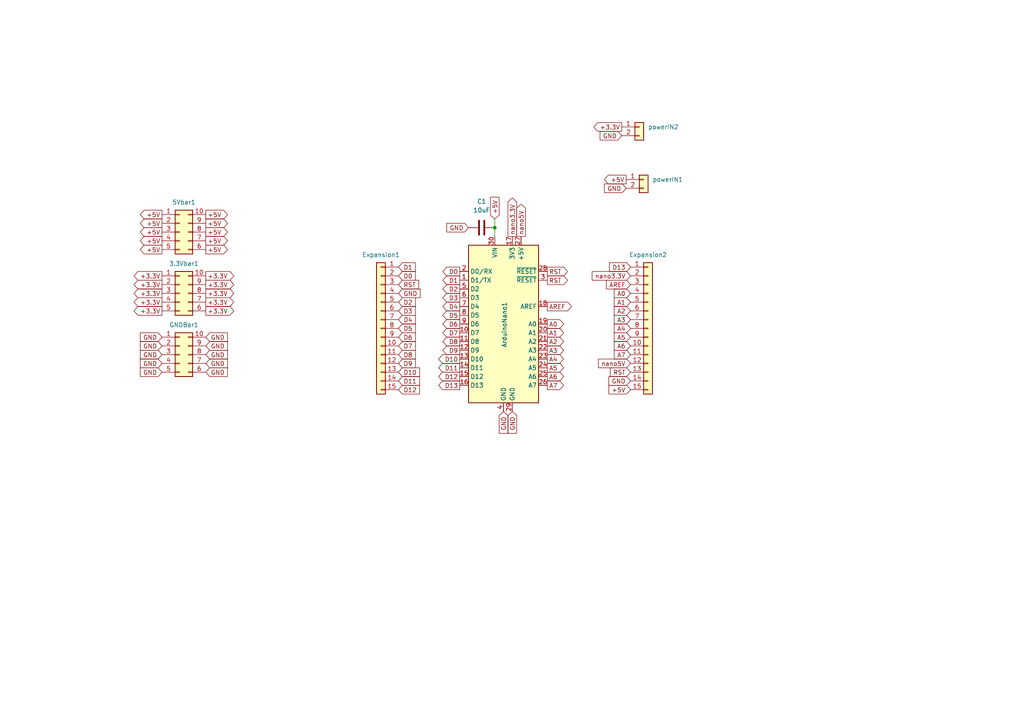
<source format=kicad_sch>
(kicad_sch (version 20231120) (generator "eeschema") (generator_version "8.0")
  (paper "A4")
  (lib_symbols
    (symbol "Connector_Generic:Conn_01x02" (pin_names (offset 1.016) hide)
      (property "Reference" "J" (at 0 2.54 0))
      (property "Value" "Conn_01x02" (at 0 -5.08 0))
      (symbol "Conn_01x02_1_1"
        (rectangle (start -1.27 -2.413) (end 0 -2.667) (stroke (width 0.1524)))
        (rectangle (start -1.27 0.127) (end 0 -0.127) (stroke (width 0.1524)))
        (rectangle (start -1.27 1.27) (end 1.27 -3.81) (stroke (width 0.254)) (fill (type background)))
        (pin passive line (at -5.08 0 0) (length 3.81) (name "Pin_1") (number "1"))
        (pin passive line (at -5.08 -2.54 0) (length 3.81) (name "Pin_2") (number "2"))
      )
    )
    (symbol "Connector_Generic:Conn_01x15" (pin_names (offset 1.016) hide)
      (property "Reference" "J" (at 0 20.32 0))
      (property "Value" "Conn_01x15" (at 0 -20.32 0))
      (symbol "Conn_01x15_1_1"
        (rectangle (start -1.27 -17.653) (end 0 -17.907) (stroke (width 0.1524)))
        (rectangle (start -1.27 -15.113) (end 0 -15.367) (stroke (width 0.1524)))
        (rectangle (start -1.27 -12.573) (end 0 -12.827) (stroke (width 0.1524)))
        (rectangle (start -1.27 -10.033) (end 0 -10.287) (stroke (width 0.1524)))
        (rectangle (start -1.27 -7.493) (end 0 -7.747) (stroke (width 0.1524)))
        (rectangle (start -1.27 -4.953) (end 0 -5.207) (stroke (width 0.1524)))
        (rectangle (start -1.27 -2.413) (end 0 -2.667) (stroke (width 0.1524)))
        (rectangle (start -1.27 0.127) (end 0 -0.127) (stroke (width 0.1524)))
        (rectangle (start -1.27 2.667) (end 0 2.413) (stroke (width 0.1524)))
        (rectangle (start -1.27 5.207) (end 0 4.953) (stroke (width 0.1524)))
        (rectangle (start -1.27 7.747) (end 0 7.493) (stroke (width 0.1524)))
        (rectangle (start -1.27 10.287) (end 0 10.033) (stroke (width 0.1524)))
        (rectangle (start -1.27 12.827) (end 0 12.573) (stroke (width 0.1524)))
        (rectangle (start -1.27 15.367) (end 0 15.113) (stroke (width 0.1524)))
        (rectangle (start -1.27 17.907) (end 0 17.653) (stroke (width 0.1524)))
        (rectangle (start -1.27 19.05) (end 1.27 -19.05) (stroke (width 0.254)) (fill (type background)))
        (pin passive line (at -5.08 17.78 0) (length 3.81) (name "Pin_1") (number "1"))
        (pin passive line (at -5.08 -5.08 0) (length 3.81) (name "Pin_10") (number "10"))
        (pin passive line (at -5.08 -7.62 0) (length 3.81) (name "Pin_11") (number "11"))
        (pin passive line (at -5.08 -10.16 0) (length 3.81) (name "Pin_12") (number "12"))
        (pin passive line (at -5.08 -12.7 0) (length 3.81) (name "Pin_13") (number "13"))
        (pin passive line (at -5.08 -15.24 0) (length 3.81) (name "Pin_14") (number "14"))
        (pin passive line (at -5.08 -17.78 0) (length 3.81) (name "Pin_15") (number "15"))
        (pin passive line (at -5.08 15.24 0) (length 3.81) (name "Pin_2") (number "2"))
        (pin passive line (at -5.08 12.7 0) (length 3.81) (name "Pin_3") (number "3"))
        (pin passive line (at -5.08 10.16 0) (length 3.81) (name "Pin_4") (number "4"))
        (pin passive line (at -5.08 7.62 0) (length 3.81) (name "Pin_5") (number "5"))
        (pin passive line (at -5.08 5.08 0) (length 3.81) (name "Pin_6") (number "6"))
        (pin passive line (at -5.08 2.54 0) (length 3.81) (name "Pin_7") (number "7"))
        (pin passive line (at -5.08 0 0) (length 3.81) (name "Pin_8") (number "8"))
        (pin passive line (at -5.08 -2.54 0) (length 3.81) (name "Pin_9") (number "9"))
      )
    )
    (symbol "Connector_Generic:Conn_02x05_Counter_Clockwise" (pin_names (offset 1.016) hide)
      (property "Reference" "J" (at 1.27 7.62 0))
      (property "Value" "Conn_02x05_Counter_Clockwise" (at 1.27 -7.62 0))
      (symbol "Conn_02x05_Counter_Clockwise_1_1"
        (rectangle (start -1.27 -4.953) (end 0 -5.207) (stroke (width 0.1524)))
        (rectangle (start -1.27 -2.413) (end 0 -2.667) (stroke (width 0.1524)))
        (rectangle (start -1.27 0.127) (end 0 -0.127) (stroke (width 0.1524)))
        (rectangle (start -1.27 2.667) (end 0 2.413) (stroke (width 0.1524)))
        (rectangle (start -1.27 5.207) (end 0 4.953) (stroke (width 0.1524)))
        (rectangle (start -1.27 6.35) (end 3.81 -6.35) (stroke (width 0.254)) (fill (type background)))
        (rectangle (start 3.81 -4.953) (end 2.54 -5.207) (stroke (width 0.1524)))
        (rectangle (start 3.81 -2.413) (end 2.54 -2.667) (stroke (width 0.1524)))
        (rectangle (start 3.81 0.127) (end 2.54 -0.127) (stroke (width 0.1524)))
        (rectangle (start 3.81 2.667) (end 2.54 2.413) (stroke (width 0.1524)))
        (rectangle (start 3.81 5.207) (end 2.54 4.953) (stroke (width 0.1524)))
        (pin passive line (at -5.08 5.08 0) (length 3.81) (name "Pin_1") (number "1"))
        (pin passive line (at 7.62 5.08 180) (length 3.81) (name "Pin_10") (number "10"))
        (pin passive line (at -5.08 2.54 0) (length 3.81) (name "Pin_2") (number "2"))
        (pin passive line (at -5.08 0 0) (length 3.81) (name "Pin_3") (number "3"))
        (pin passive line (at -5.08 -2.54 0) (length 3.81) (name "Pin_4") (number "4"))
        (pin passive line (at -5.08 -5.08 0) (length 3.81) (name "Pin_5") (number "5"))
        (pin passive line (at 7.62 -5.08 180) (length 3.81) (name "Pin_6") (number "6"))
        (pin passive line (at 7.62 -2.54 180) (length 3.81) (name "Pin_7") (number "7"))
        (pin passive line (at 7.62 0 180) (length 3.81) (name "Pin_8") (number "8"))
        (pin passive line (at 7.62 2.54 180) (length 3.81) (name "Pin_9") (number "9"))
      )
    )
    (symbol "Device:C" (pin_numbers hide) (pin_names (offset 0.254))
      (property "Reference" "C" (at 0.635 2.54 0))
      (property "Value" "C" (at 0.635 -2.54 0))
      (symbol "C_0_1"
        (polyline (pts (xy -2.032 -0.762) (xy 2.032 -0.762)) (stroke (width 0.508)))
        (polyline (pts (xy -2.032 0.762) (xy 2.032 0.762)) (stroke (width 0.508)))
      )
      (symbol "C_1_1"
        (pin passive line (at 0 3.81 270) (length 2.794) (name "~") (number "1"))
        (pin passive line (at 0 -3.81 90) (length 2.794) (name "~") (number "2"))
      )
    )
    (symbol "MCU_Module:Arduino_Nano_v3.x"
      (property "Reference" "A" (at -10.16 23.495 0))
      (property "Value" "Arduino_Nano_v3.x" (at 5.08 -24.13 0))
      (symbol "Arduino_Nano_v3.x_0_1"
        (rectangle (start -10.16 22.86) (end 10.16 -22.86) (stroke (width 0.254)) (fill (type background)))
      )
      (symbol "Arduino_Nano_v3.x_1_1"
        (pin bidirectional line (at -12.7 12.7 0) (length 2.54) (name "D1/TX") (number "1"))
        (pin bidirectional line (at -12.7 -2.54 0) (length 2.54) (name "D7") (number "10"))
        (pin bidirectional line (at -12.7 -5.08 0) (length 2.54) (name "D8") (number "11"))
        (pin bidirectional line (at -12.7 -7.62 0) (length 2.54) (name "D9") (number "12"))
        (pin bidirectional line (at -12.7 -10.16 0) (length 2.54) (name "D10") (number "13"))
        (pin bidirectional line (at -12.7 -12.7 0) (length 2.54) (name "D11") (number "14"))
        (pin bidirectional line (at -12.7 -15.24 0) (length 2.54) (name "D12") (number "15"))
        (pin bidirectional line (at -12.7 -17.78 0) (length 2.54) (name "D13") (number "16"))
        (pin power_out line (at 2.54 25.4 270) (length 2.54) (name "3V3") (number "17"))
        (pin input line (at 12.7 5.08 180) (length 2.54) (name "AREF") (number "18"))
        (pin bidirectional line (at 12.7 0 180) (length 2.54) (name "A0") (number "19"))
        (pin bidirectional line (at -12.7 15.24 0) (length 2.54) (name "D0/RX") (number "2"))
        (pin bidirectional line (at 12.7 -2.54 180) (length 2.54) (name "A1") (number "20"))
        (pin bidirectional line (at 12.7 -5.08 180) (length 2.54) (name "A2") (number "21"))
        (pin bidirectional line (at 12.7 -7.62 180) (length 2.54) (name "A3") (number "22"))
        (pin bidirectional line (at 12.7 -10.16 180) (length 2.54) (name "A4") (number "23"))
        (pin bidirectional line (at 12.7 -12.7 180) (length 2.54) (name "A5") (number "24"))
        (pin bidirectional line (at 12.7 -15.24 180) (length 2.54) (name "A6") (number "25"))
        (pin bidirectional line (at 12.7 -17.78 180) (length 2.54) (name "A7") (number "26"))
        (pin power_out line (at 5.08 25.4 270) (length 2.54) (name "+5V") (number "27"))
        (pin input line (at 12.7 15.24 180) (length 2.54) (name "~{RESET}") (number "28"))
        (pin power_in line (at 2.54 -25.4 90) (length 2.54) (name "GND") (number "29"))
        (pin input line (at 12.7 12.7 180) (length 2.54) (name "~{RESET}") (number "3"))
        (pin power_in line (at -2.54 25.4 270) (length 2.54) (name "VIN") (number "30"))
        (pin power_in line (at 0 -25.4 90) (length 2.54) (name "GND") (number "4"))
        (pin bidirectional line (at -12.7 10.16 0) (length 2.54) (name "D2") (number "5"))
        (pin bidirectional line (at -12.7 7.62 0) (length 2.54) (name "D3") (number "6"))
        (pin bidirectional line (at -12.7 5.08 0) (length 2.54) (name "D4") (number "7"))
        (pin bidirectional line (at -12.7 2.54 0) (length 2.54) (name "D5") (number "8"))
        (pin bidirectional line (at -12.7 0 0) (length 2.54) (name "D6") (number "9"))
      )
    )
  )
  (junction (at 143.51 66.04))
  (wire (pts (xy 143.51 63.5) (xy 143.51 66.04)))
  (wire (pts (xy 143.51 66.04) (xy 143.51 68.58)))
  (global_label "D4" (shape output) (at 133.35 88.9 180) (property "Intersheetrefs" "${INTERSHEET_REFS}" (effects (hide yes))))
  (global_label "AREF" (shape output) (at 158.75 88.9 0) (property "Intersheetrefs" "${INTERSHEET_REFS}" (effects (hide yes))))
  (global_label "D1" (shape input) (at 115.57 77.47 0) (property "Intersheetrefs" "${INTERSHEET_REFS}" (effects (hide yes))))
  (global_label "GND" (shape input) (at 182.88 110.49 180) (property "Intersheetrefs" "${INTERSHEET_REFS}" (effects (hide yes))))
  (global_label "GND" (shape input) (at 46.99 102.87 180) (property "Intersheetrefs" "${INTERSHEET_REFS}" (effects (hide yes))))
  (global_label "D10" (shape output) (at 133.35 104.14 180) (property "Intersheetrefs" "${INTERSHEET_REFS}" (effects (hide yes))))
  (global_label "GND" (shape input) (at 46.99 97.79 180) (property "Intersheetrefs" "${INTERSHEET_REFS}" (effects (hide yes))))
  (global_label "+3.3V" (shape output) (at 180.34 36.83 180) (property "Intersheetrefs" "${INTERSHEET_REFS}" (effects (hide yes))))
  (global_label "D12" (shape input) (at 115.57 113.03 0) (property "Intersheetrefs" "${INTERSHEET_REFS}" (effects (hide yes))))
  (global_label "+5V" (shape output) (at 59.69 72.39 0) (property "Intersheetrefs" "${INTERSHEET_REFS}" (effects (hide yes))))
  (global_label "+5V" (shape output) (at 46.99 69.85 180) (property "Intersheetrefs" "${INTERSHEET_REFS}" (effects (hide yes))))
  (global_label "nano3.3V" (shape input) (at 182.88 80.01 180) (property "Intersheetrefs" "${INTERSHEET_REFS}" (effects (hide yes))))
  (global_label "A4" (shape output) (at 158.75 104.14 0) (property "Intersheetrefs" "${INTERSHEET_REFS}" (effects (hide yes))))
  (global_label "+5V" (shape output) (at 59.69 64.77 0) (property "Intersheetrefs" "${INTERSHEET_REFS}" (effects (hide yes))))
  (global_label "+3.3V" (shape output) (at 59.69 90.17 0) (property "Intersheetrefs" "${INTERSHEET_REFS}" (effects (hide yes))))
  (global_label "+5V" (shape output) (at 46.99 67.31 180) (property "Intersheetrefs" "${INTERSHEET_REFS}" (effects (hide yes))))
  (global_label "RST" (shape output) (at 158.75 81.28 0) (property "Intersheetrefs" "${INTERSHEET_REFS}" (effects (hide yes))))
  (global_label "+5V" (shape output) (at 59.69 67.31 0) (property "Intersheetrefs" "${INTERSHEET_REFS}" (effects (hide yes))))
  (global_label "GND" (shape input) (at 59.69 107.95 0) (property "Intersheetrefs" "${INTERSHEET_REFS}" (effects (hide yes))))
  (global_label "GND" (shape input) (at 59.69 97.79 0) (property "Intersheetrefs" "${INTERSHEET_REFS}" (effects (hide yes))))
  (global_label "RST" (shape input) (at 115.57 82.55 0) (property "Intersheetrefs" "${INTERSHEET_REFS}" (effects (hide yes))))
  (global_label "+3.3V" (shape output) (at 59.69 87.63 0) (property "Intersheetrefs" "${INTERSHEET_REFS}" (effects (hide yes))))
  (global_label "GND" (shape input) (at 181.61 54.61 180) (property "Intersheetrefs" "${INTERSHEET_REFS}" (effects (hide yes))))
  (global_label "+3.3V" (shape output) (at 59.69 82.55 0) (property "Intersheetrefs" "${INTERSHEET_REFS}" (effects (hide yes))))
  (global_label "A4" (shape input) (at 182.88 95.25 180) (property "Intersheetrefs" "${INTERSHEET_REFS}" (effects (hide yes))))
  (global_label "GND" (shape input) (at 46.99 107.95 180) (property "Intersheetrefs" "${INTERSHEET_REFS}" (effects (hide yes))))
  (global_label "nano3.3V" (shape output) (at 148.59 68.58 90) (property "Intersheetrefs" "${INTERSHEET_REFS}" (effects (hide yes))))
  (global_label "GND" (shape input) (at 59.69 105.41 0) (property "Intersheetrefs" "${INTERSHEET_REFS}" (effects (hide yes))))
  (global_label "A6" (shape output) (at 158.75 109.22 0) (property "Intersheetrefs" "${INTERSHEET_REFS}" (effects (hide yes))))
  (global_label "D1" (shape output) (at 133.35 81.28 180) (property "Intersheetrefs" "${INTERSHEET_REFS}" (effects (hide yes))))
  (global_label "GND" (shape input) (at 59.69 102.87 0) (property "Intersheetrefs" "${INTERSHEET_REFS}" (effects (hide yes))))
  (global_label "GND" (shape input) (at 59.69 100.33 0) (property "Intersheetrefs" "${INTERSHEET_REFS}" (effects (hide yes))))
  (global_label "A2" (shape input) (at 182.88 90.17 180) (property "Intersheetrefs" "${INTERSHEET_REFS}" (effects (hide yes))))
  (global_label "A1" (shape output) (at 158.75 96.52 0) (property "Intersheetrefs" "${INTERSHEET_REFS}" (effects (hide yes))))
  (global_label "A7" (shape input) (at 182.88 102.87 180) (property "Intersheetrefs" "${INTERSHEET_REFS}" (effects (hide yes))))
  (global_label "D11" (shape output) (at 133.35 106.68 180) (property "Intersheetrefs" "${INTERSHEET_REFS}" (effects (hide yes))))
  (global_label "D9" (shape output) (at 133.35 101.6 180) (property "Intersheetrefs" "${INTERSHEET_REFS}" (effects (hide yes))))
  (global_label "D2" (shape output) (at 133.35 83.82 180) (property "Intersheetrefs" "${INTERSHEET_REFS}" (effects (hide yes))))
  (global_label "A0" (shape output) (at 158.75 93.98 0) (property "Intersheetrefs" "${INTERSHEET_REFS}" (effects (hide yes))))
  (global_label "D13" (shape output) (at 133.35 111.76 180) (property "Intersheetrefs" "${INTERSHEET_REFS}" (effects (hide yes))))
  (global_label "RST" (shape input) (at 182.88 107.95 180) (property "Intersheetrefs" "${INTERSHEET_REFS}" (effects (hide yes))))
  (global_label "nano5V" (shape input) (at 182.88 105.41 180) (property "Intersheetrefs" "${INTERSHEET_REFS}" (effects (hide yes))))
  (global_label "D3" (shape input) (at 115.57 90.17 0) (property "Intersheetrefs" "${INTERSHEET_REFS}" (effects (hide yes))))
  (global_label "AREF" (shape input) (at 182.88 82.55 180) (property "Intersheetrefs" "${INTERSHEET_REFS}" (effects (hide yes))))
  (global_label "A0" (shape input) (at 182.88 85.09 180) (property "Intersheetrefs" "${INTERSHEET_REFS}" (effects (hide yes))))
  (global_label "D5" (shape input) (at 115.57 95.25 0) (property "Intersheetrefs" "${INTERSHEET_REFS}" (effects (hide yes))))
  (global_label "+5V" (shape output) (at 59.69 62.23 0) (property "Intersheetrefs" "${INTERSHEET_REFS}" (effects (hide yes))))
  (global_label "D3" (shape output) (at 133.35 86.36 180) (property "Intersheetrefs" "${INTERSHEET_REFS}" (effects (hide yes))))
  (global_label "GND" (shape input) (at 148.59 119.38 270) (property "Intersheetrefs" "${INTERSHEET_REFS}" (effects (hide yes))))
  (global_label "+3.3V" (shape output) (at 46.99 80.01 180) (property "Intersheetrefs" "${INTERSHEET_REFS}" (effects (hide yes))))
  (global_label "GND" (shape input) (at 46.99 100.33 180) (property "Intersheetrefs" "${INTERSHEET_REFS}" (effects (hide yes))))
  (global_label "GND" (shape input) (at 115.57 85.09 0) (property "Intersheetrefs" "${INTERSHEET_REFS}" (effects (hide yes))))
  (global_label "+3.3V" (shape output) (at 46.99 87.63 180) (property "Intersheetrefs" "${INTERSHEET_REFS}" (effects (hide yes))))
  (global_label "+5V" (shape output) (at 181.61 52.07 180) (property "Intersheetrefs" "${INTERSHEET_REFS}" (effects (hide yes))))
  (global_label "D4" (shape input) (at 115.57 92.71 0) (property "Intersheetrefs" "${INTERSHEET_REFS}" (effects (hide yes))))
  (global_label "nano5V" (shape output) (at 151.13 68.58 90) (property "Intersheetrefs" "${INTERSHEET_REFS}" (effects (hide yes))))
  (global_label "+3.3V" (shape output) (at 59.69 80.01 0) (property "Intersheetrefs" "${INTERSHEET_REFS}" (effects (hide yes))))
  (global_label "A2" (shape output) (at 158.75 99.06 0) (property "Intersheetrefs" "${INTERSHEET_REFS}" (effects (hide yes))))
  (global_label "D2" (shape input) (at 115.57 87.63 0) (property "Intersheetrefs" "${INTERSHEET_REFS}" (effects (hide yes))))
  (global_label "D8" (shape input) (at 115.57 102.87 0) (property "Intersheetrefs" "${INTERSHEET_REFS}" (effects (hide yes))))
  (global_label "+5V" (shape output) (at 59.69 69.85 0) (property "Intersheetrefs" "${INTERSHEET_REFS}" (effects (hide yes))))
  (global_label "+5V" (shape output) (at 46.99 72.39 180) (property "Intersheetrefs" "${INTERSHEET_REFS}" (effects (hide yes))))
  (global_label "+3.3V" (shape output) (at 46.99 82.55 180) (property "Intersheetrefs" "${INTERSHEET_REFS}" (effects (hide yes))))
  (global_label "A6" (shape input) (at 182.88 100.33 180) (property "Intersheetrefs" "${INTERSHEET_REFS}" (effects (hide yes))))
  (global_label "D13" (shape input) (at 182.88 77.47 180) (property "Intersheetrefs" "${INTERSHEET_REFS}" (effects (hide yes))))
  (global_label "+5V" (shape input) (at 182.88 113.03 180) (property "Intersheetrefs" "${INTERSHEET_REFS}" (effects (hide yes))))
  (global_label "A7" (shape output) (at 158.75 111.76 0) (property "Intersheetrefs" "${INTERSHEET_REFS}" (effects (hide yes))))
  (global_label "D10" (shape input) (at 115.57 107.95 0) (property "Intersheetrefs" "${INTERSHEET_REFS}" (effects (hide yes))))
  (global_label "GND" (shape input) (at 135.89 66.04 180) (property "Intersheetrefs" "${INTERSHEET_REFS}" (effects (hide yes))))
  (global_label "D12" (shape output) (at 133.35 109.22 180) (property "Intersheetrefs" "${INTERSHEET_REFS}" (effects (hide yes))))
  (global_label "+5V" (shape output) (at 46.99 64.77 180) (property "Intersheetrefs" "${INTERSHEET_REFS}" (effects (hide yes))))
  (global_label "D0" (shape output) (at 133.35 78.74 180) (property "Intersheetrefs" "${INTERSHEET_REFS}" (effects (hide yes))))
  (global_label "+3.3V" (shape output) (at 46.99 90.17 180) (property "Intersheetrefs" "${INTERSHEET_REFS}" (effects (hide yes))))
  (global_label "+5V" (shape input) (at 143.51 63.5 90) (property "Intersheetrefs" "${INTERSHEET_REFS}" (effects (hide yes))))
  (global_label "GND" (shape input) (at 46.99 105.41 180) (property "Intersheetrefs" "${INTERSHEET_REFS}" (effects (hide yes))))
  (global_label "GND" (shape input) (at 146.05 119.38 270) (property "Intersheetrefs" "${INTERSHEET_REFS}" (effects (hide yes))))
  (global_label "+5V" (shape output) (at 46.99 62.23 180) (property "Intersheetrefs" "${INTERSHEET_REFS}" (effects (hide yes))))
  (global_label "D5" (shape output) (at 133.35 91.44 180) (property "Intersheetrefs" "${INTERSHEET_REFS}" (effects (hide yes))))
  (global_label "+3.3V" (shape output) (at 46.99 85.09 180) (property "Intersheetrefs" "${INTERSHEET_REFS}" (effects (hide yes))))
  (global_label "A5" (shape output) (at 158.75 106.68 0) (property "Intersheetrefs" "${INTERSHEET_REFS}" (effects (hide yes))))
  (global_label "D9" (shape input) (at 115.57 105.41 0) (property "Intersheetrefs" "${INTERSHEET_REFS}" (effects (hide yes))))
  (global_label "A1" (shape input) (at 182.88 87.63 180) (property "Intersheetrefs" "${INTERSHEET_REFS}" (effects (hide yes))))
  (global_label "GND" (shape input) (at 180.34 39.37 180) (property "Intersheetrefs" "${INTERSHEET_REFS}" (effects (hide yes))))
  (global_label "A3" (shape input) (at 182.88 92.71 180) (property "Intersheetrefs" "${INTERSHEET_REFS}" (effects (hide yes))))
  (global_label "D8" (shape output) (at 133.35 99.06 180) (property "Intersheetrefs" "${INTERSHEET_REFS}" (effects (hide yes))))
  (global_label "A3" (shape output) (at 158.75 101.6 0) (property "Intersheetrefs" "${INTERSHEET_REFS}" (effects (hide yes))))
  (global_label "A5" (shape input) (at 182.88 97.79 180) (property "Intersheetrefs" "${INTERSHEET_REFS}" (effects (hide yes))))
  (global_label "D11" (shape input) (at 115.57 110.49 0) (property "Intersheetrefs" "${INTERSHEET_REFS}" (effects (hide yes))))
  (global_label "D6" (shape input) (at 115.57 97.79 0) (property "Intersheetrefs" "${INTERSHEET_REFS}" (effects (hide yes))))
  (global_label "RST" (shape output) (at 158.75 78.74 0) (property "Intersheetrefs" "${INTERSHEET_REFS}" (effects (hide yes))))
  (global_label "+3.3V" (shape output) (at 59.69 85.09 0) (property "Intersheetrefs" "${INTERSHEET_REFS}" (effects (hide yes))))
  (global_label "D6" (shape output) (at 133.35 93.98 180) (property "Intersheetrefs" "${INTERSHEET_REFS}" (effects (hide yes))))
  (global_label "D7" (shape input) (at 115.57 100.33 0) (property "Intersheetrefs" "${INTERSHEET_REFS}" (effects (hide yes))))
  (global_label "D0" (shape input) (at 115.57 80.01 0) (property "Intersheetrefs" "${INTERSHEET_REFS}" (effects (hide yes))))
  (global_label "D7" (shape output) (at 133.35 96.52 180) (property "Intersheetrefs" "${INTERSHEET_REFS}" (effects (hide yes))))
  (symbol (lib_id "Connector_Generic:Conn_02x05_Counter_Clockwise") (at 52.07 67.31 0) (unit 1)
    (property "Reference" "5Vbar1" (at 53.34 58.674 0))
    (property "Value" "Conn_02x05_Counter_Clockwise" (effects (hide yes)))
    (property "Footprint" "Connector_PinHeader_2.54mm:PinHeader_2x05_P2.54mm_Vertical" (effects (hide yes)))
    (property "Description" "Generic connector, double row, 02x05, counter clockwise pin numbering scheme (similar to DIP package numbering), script generated (kicad-library-utils/schlib/autogen/connector/)" (effects (hide yes)))
  )
  (symbol (lib_id "Device:C") (at 139.7 66.04 90) (unit 1)
    (property "Reference" "C1" (at 139.7 58.42 90))
    (property "Value" "10uF" (at 139.7 60.96 90))
    (property "Footprint" "Capacitor_THT:C_Disc_D4.7mm_W2.5mm_P5.00mm" (effects (hide yes)))
    (property "Description" "Unpolarized capacitor" (effects (hide yes)))
  )
  (symbol (lib_id "Connector_Generic:Conn_01x02") (at 186.69 52.07 0) (unit 1)
    (property "Reference" "powerIN1" (at 189.23 52.0699 0) (effects (justify left)))
    (property "Value" "Conn_01x02" (effects (hide yes)))
    (property "Footprint" "Connector_PinHeader_2.54mm:PinHeader_1x02_P2.54mm_Vertical" (effects (hide yes)))
    (property "Description" "Generic connector, single row, 01x02, script generated (kicad-library-utils/schlib/autogen/connector/)" (effects (hide yes)))
  )
  (symbol (lib_id "MCU_Module:Arduino_Nano_v3.x") (at 146.05 93.98 0) (unit 1)
    (property "Reference" "ArduinoNano1" (at 146.304 100.838 90) (effects (justify left)))
    (property "Value" "Arduino_Nano_v3.x" (effects (hide yes)))
    (property "Footprint" "Module:Arduino_Nano" (effects (hide yes)))
    (property "Datasheet" "http://www.mouser.com/pdfdocs/Gravitech_Arduino_Nano3_0.pdf" (effects (hide yes)))
    (property "Description" "Arduino Nano v3.x" (effects (hide yes)))
  )
  (symbol (lib_id "Connector_Generic:Conn_02x05_Counter_Clockwise") (at 52.07 102.87 0) (unit 1)
    (property "Reference" "GNDBar1" (at 53.34 94.234 0))
    (property "Value" "Conn_02x05_Counter_Clockwise" (effects (hide yes)))
    (property "Footprint" "Connector_PinHeader_2.54mm:PinHeader_2x05_P2.54mm_Vertical" (effects (hide yes)))
    (property "Description" "Generic connector, double row, 02x05, counter clockwise pin numbering scheme (similar to DIP package numbering), script generated (kicad-library-utils/schlib/autogen/connector/)" (effects (hide yes)))
  )
  (symbol (lib_id "Connector_Generic:Conn_01x15") (at 187.96 95.25 0) (unit 1)
    (property "Reference" "Expansion2" (at 187.96 73.914 0))
    (property "Value" "Conn_01x15" (effects (hide yes)))
    (property "Footprint" "Connector_PinHeader_2.54mm:PinHeader_1x15_P2.54mm_Vertical" (effects (hide yes)))
    (property "Description" "Generic connector, single row, 01x15, script generated (kicad-library-utils/schlib/autogen/connector/)" (effects (hide yes)))
  )
  (symbol (lib_id "Connector_Generic:Conn_01x15") (at 110.49 95.25 0) (mirror y) (unit 1)
    (property "Reference" "Expansion1" (at 110.49 73.914 0))
    (property "Value" "Conn_01x15" (effects (hide yes)))
    (property "Footprint" "Connector_PinHeader_2.54mm:PinHeader_1x15_P2.54mm_Vertical" (effects (hide yes)))
    (property "Description" "Generic connector, single row, 01x15, script generated (kicad-library-utils/schlib/autogen/connector/)" (effects (hide yes)))
  )
  (symbol (lib_id "Connector_Generic:Conn_02x05_Counter_Clockwise") (at 52.07 85.09 0) (unit 1)
    (property "Reference" "3.3Vbar1" (at 53.34 76.454 0))
    (property "Value" "Conn_02x05_Counter_Clockwise" (effects (hide yes)))
    (property "Footprint" "Connector_PinHeader_2.54mm:PinHeader_2x05_P2.54mm_Vertical" (effects (hide yes)))
    (property "Description" "Generic connector, double row, 02x05, counter clockwise pin numbering scheme (similar to DIP package numbering), script generated (kicad-library-utils/schlib/autogen/connector/)" (effects (hide yes)))
  )
  (symbol (lib_id "Connector_Generic:Conn_01x02") (at 185.42 36.83 0) (unit 1)
    (property "Reference" "powerIN2" (at 187.96 36.8299 0) (effects (justify left)))
    (property "Value" "Conn_01x02" (effects (hide yes)))
    (property "Footprint" "Connector_PinHeader_2.54mm:PinHeader_1x02_P2.54mm_Vertical" (effects (hide yes)))
    (property "Description" "Generic connector, single row, 01x02, script generated (kicad-library-utils/schlib/autogen/connector/)" (effects (hide yes)))
  )
)
</source>
